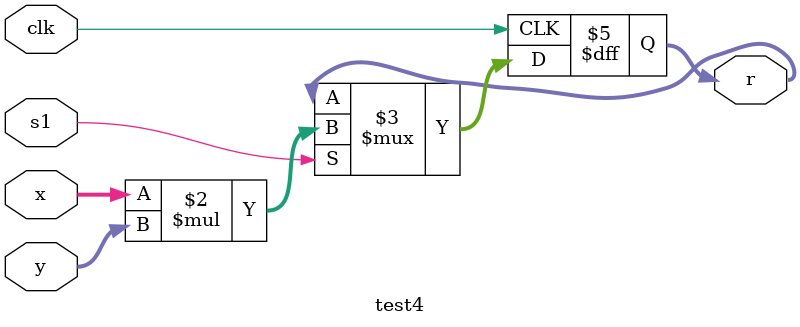
<source format=v>
`timescale 1ns/1ns



module test4(input [7:0] x, y, input clk, s1,  output reg [7:0] r);
    
    always @(posedge clk)
    begin
        begin
            if(s1)
                r<=x*y;
        end


    end
            
endmodule
</source>
